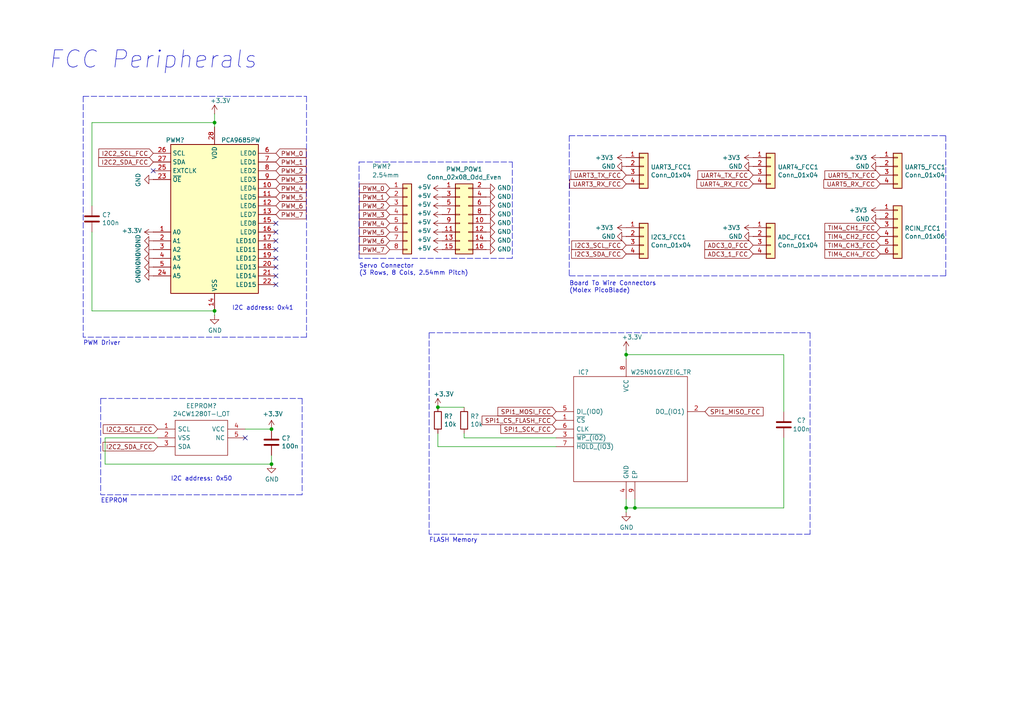
<source format=kicad_sch>
(kicad_sch (version 20250114) (generator "eeschema") (generator_version "9.0")
  (paper "A4")
  (title_block (title "FCC Peripherals") (date "2019-10-27") (rev "0.1"))
  (lib_symbols
    (symbol "24CW1280T-I_OT:24CW1280T-I_OT" (pin_names (offset 0.762))
      (property "Reference" "IC" (at 21.59 7.62 0))
      (property "Value" "24CW1280T-I_OT" (at 21.59 5.08 0))
      (symbol "24CW1280T-I_OT_0_0"
        (pin bidirectional line (at 0 0 0) (length 5.08) (name "SCL") (number "1"))
        (pin bidirectional line (at 0 -2.54 0) (length 5.08) (name "VSS") (number "2"))
        (pin bidirectional line (at 0 -5.08 0) (length 5.08) (name "SDA") (number "3"))
        (pin bidirectional line (at 25.4 0 180) (length 5.08) (name "VCC") (number "4"))
        (pin bidirectional line (at 25.4 -2.54 180) (length 5.08) (name "NC") (number "5"))
      )
      (symbol "24CW1280T-I_OT_0_1"
        (polyline (pts (xy 5.08 2.54) (xy 20.32 2.54) (xy 20.32 -7.62) (xy 5.08 -7.62) (xy 5.08 2.54)) (stroke (width 0.1524)))
      )
    )
    (symbol "Connector_Generic:Conn_01x04" (pin_names (offset 1.016) (hide yes))
      (property "Reference" "J" (at 0 5.08 0))
      (property "Value" "Conn_01x04" (at 0 -7.62 0))
      (symbol "Conn_01x04_1_1"
        (rectangle (start -1.27 3.81) (end 1.27 -6.35) (stroke (width 0.254)) (fill (type background)))
        (rectangle (start -1.27 2.667) (end 0 2.413) (stroke (width 0.1524)))
        (rectangle (start -1.27 0.127) (end 0 -0.127) (stroke (width 0.1524)))
        (rectangle (start -1.27 -2.413) (end 0 -2.667) (stroke (width 0.1524)))
        (rectangle (start -1.27 -4.953) (end 0 -5.207) (stroke (width 0.1524)))
        (pin passive line (at -5.08 2.54 0) (length 3.81) (name "Pin_1") (number "1"))
        (pin passive line (at -5.08 0 0) (length 3.81) (name "Pin_2") (number "2"))
        (pin passive line (at -5.08 -2.54 0) (length 3.81) (name "Pin_3") (number "3"))
        (pin passive line (at -5.08 -5.08 0) (length 3.81) (name "Pin_4") (number "4"))
      )
    )
    (symbol "Connector_Generic:Conn_01x06" (pin_names (offset 1.016) (hide yes))
      (property "Reference" "J" (at 0 7.62 0))
      (property "Value" "Conn_01x06" (at 0 -10.16 0))
      (symbol "Conn_01x06_1_1"
        (rectangle (start -1.27 6.35) (end 1.27 -8.89) (stroke (width 0.254)) (fill (type background)))
        (rectangle (start -1.27 5.207) (end 0 4.953) (stroke (width 0.1524)))
        (rectangle (start -1.27 2.667) (end 0 2.413) (stroke (width 0.1524)))
        (rectangle (start -1.27 0.127) (end 0 -0.127) (stroke (width 0.1524)))
        (rectangle (start -1.27 -2.413) (end 0 -2.667) (stroke (width 0.1524)))
        (rectangle (start -1.27 -4.953) (end 0 -5.207) (stroke (width 0.1524)))
        (rectangle (start -1.27 -7.493) (end 0 -7.747) (stroke (width 0.1524)))
        (pin passive line (at -5.08 5.08 0) (length 3.81) (name "Pin_1") (number "1"))
        (pin passive line (at -5.08 2.54 0) (length 3.81) (name "Pin_2") (number "2"))
        (pin passive line (at -5.08 0 0) (length 3.81) (name "Pin_3") (number "3"))
        (pin passive line (at -5.08 -2.54 0) (length 3.81) (name "Pin_4") (number "4"))
        (pin passive line (at -5.08 -5.08 0) (length 3.81) (name "Pin_5") (number "5"))
        (pin passive line (at -5.08 -7.62 0) (length 3.81) (name "Pin_6") (number "6"))
      )
    )
    (symbol "Connector_Generic:Conn_01x08" (pin_names (offset 1.016) (hide yes))
      (property "Reference" "J" (at 0 10.16 0))
      (property "Value" "Conn_01x08" (at 0 -12.7 0))
      (symbol "Conn_01x08_1_1"
        (rectangle (start -1.27 8.89) (end 1.27 -11.43) (stroke (width 0.254)) (fill (type background)))
        (rectangle (start -1.27 7.747) (end 0 7.493) (stroke (width 0.1524)))
        (rectangle (start -1.27 5.207) (end 0 4.953) (stroke (width 0.1524)))
        (rectangle (start -1.27 2.667) (end 0 2.413) (stroke (width 0.1524)))
        (rectangle (start -1.27 0.127) (end 0 -0.127) (stroke (width 0.1524)))
        (rectangle (start -1.27 -2.413) (end 0 -2.667) (stroke (width 0.1524)))
        (rectangle (start -1.27 -4.953) (end 0 -5.207) (stroke (width 0.1524)))
        (rectangle (start -1.27 -7.493) (end 0 -7.747) (stroke (width 0.1524)))
        (rectangle (start -1.27 -10.033) (end 0 -10.287) (stroke (width 0.1524)))
        (pin passive line (at -5.08 7.62 0) (length 3.81) (name "Pin_1") (number "1"))
        (pin passive line (at -5.08 5.08 0) (length 3.81) (name "Pin_2") (number "2"))
        (pin passive line (at -5.08 2.54 0) (length 3.81) (name "Pin_3") (number "3"))
        (pin passive line (at -5.08 0 0) (length 3.81) (name "Pin_4") (number "4"))
        (pin passive line (at -5.08 -2.54 0) (length 3.81) (name "Pin_5") (number "5"))
        (pin passive line (at -5.08 -5.08 0) (length 3.81) (name "Pin_6") (number "6"))
        (pin passive line (at -5.08 -7.62 0) (length 3.81) (name "Pin_7") (number "7"))
        (pin passive line (at -5.08 -10.16 0) (length 3.81) (name "Pin_8") (number "8"))
      )
    )
    (symbol "Connector_Generic:Conn_02x08_Odd_Even" (pin_names (offset 1.016) (hide yes))
      (property "Reference" "J" (at 1.27 10.16 0))
      (property "Value" "Conn_02x08_Odd_Even" (at 1.27 -12.7 0))
      (symbol "Conn_02x08_Odd_Even_1_1"
        (rectangle (start -1.27 8.89) (end 3.81 -11.43) (stroke (width 0.254)) (fill (type background)))
        (rectangle (start -1.27 7.747) (end 0 7.493) (stroke (width 0.1524)))
        (rectangle (start -1.27 5.207) (end 0 4.953) (stroke (width 0.1524)))
        (rectangle (start -1.27 2.667) (end 0 2.413) (stroke (width 0.1524)))
        (rectangle (start -1.27 0.127) (end 0 -0.127) (stroke (width 0.1524)))
        (rectangle (start -1.27 -2.413) (end 0 -2.667) (stroke (width 0.1524)))
        (rectangle (start -1.27 -4.953) (end 0 -5.207) (stroke (width 0.1524)))
        (rectangle (start -1.27 -7.493) (end 0 -7.747) (stroke (width 0.1524)))
        (rectangle (start -1.27 -10.033) (end 0 -10.287) (stroke (width 0.1524)))
        (rectangle (start 3.81 7.747) (end 2.54 7.493) (stroke (width 0.1524)))
        (rectangle (start 3.81 5.207) (end 2.54 4.953) (stroke (width 0.1524)))
        (rectangle (start 3.81 2.667) (end 2.54 2.413) (stroke (width 0.1524)))
        (rectangle (start 3.81 0.127) (end 2.54 -0.127) (stroke (width 0.1524)))
        (rectangle (start 3.81 -2.413) (end 2.54 -2.667) (stroke (width 0.1524)))
        (rectangle (start 3.81 -4.953) (end 2.54 -5.207) (stroke (width 0.1524)))
        (rectangle (start 3.81 -7.493) (end 2.54 -7.747) (stroke (width 0.1524)))
        (rectangle (start 3.81 -10.033) (end 2.54 -10.287) (stroke (width 0.1524)))
        (pin passive line (at -5.08 7.62 0) (length 3.81) (name "Pin_1") (number "1"))
        (pin passive line (at -5.08 5.08 0) (length 3.81) (name "Pin_3") (number "3"))
        (pin passive line (at -5.08 2.54 0) (length 3.81) (name "Pin_5") (number "5"))
        (pin passive line (at -5.08 0 0) (length 3.81) (name "Pin_7") (number "7"))
        (pin passive line (at -5.08 -2.54 0) (length 3.81) (name "Pin_9") (number "9"))
        (pin passive line (at -5.08 -5.08 0) (length 3.81) (name "Pin_11") (number "11"))
        (pin passive line (at -5.08 -7.62 0) (length 3.81) (name "Pin_13") (number "13"))
        (pin passive line (at -5.08 -10.16 0) (length 3.81) (name "Pin_15") (number "15"))
        (pin passive line (at 7.62 7.62 180) (length 3.81) (name "Pin_2") (number "2"))
        (pin passive line (at 7.62 5.08 180) (length 3.81) (name "Pin_4") (number "4"))
        (pin passive line (at 7.62 2.54 180) (length 3.81) (name "Pin_6") (number "6"))
        (pin passive line (at 7.62 0 180) (length 3.81) (name "Pin_8") (number "8"))
        (pin passive line (at 7.62 -2.54 180) (length 3.81) (name "Pin_10") (number "10"))
        (pin passive line (at 7.62 -5.08 180) (length 3.81) (name "Pin_12") (number "12"))
        (pin passive line (at 7.62 -7.62 180) (length 3.81) (name "Pin_14") (number "14"))
        (pin passive line (at 7.62 -10.16 180) (length 3.81) (name "Pin_16") (number "16"))
      )
    )
    (symbol "Device:C" (pin_numbers (hide yes)) (pin_names (offset 0.254))
      (property "Reference" "C" (at 0.635 2.54 0))
      (property "Value" "C" (at 0.635 -2.54 0))
      (symbol "C_0_1"
        (polyline (pts (xy -2.032 0.762) (xy 2.032 0.762)) (stroke (width 0.508)))
        (polyline (pts (xy -2.032 -0.762) (xy 2.032 -0.762)) (stroke (width 0.508)))
      )
      (symbol "C_1_1"
        (pin passive line (at 0 3.81 270) (length 2.794) (name "~") (number "1"))
        (pin passive line (at 0 -3.81 90) (length 2.794) (name "~") (number "2"))
      )
    )
    (symbol "Device:R" (pin_numbers (hide yes)) (pin_names (offset 0))
      (property "Reference" "R" (at 2.032 0 90))
      (property "Value" "R" (at 0 0 90))
      (symbol "R_0_1"
        (rectangle (start -1.016 -2.54) (end 1.016 2.54) (stroke (width 0.254)))
      )
      (symbol "R_1_1"
        (pin passive line (at 0 3.81 270) (length 1.27) (name "~") (number "1"))
        (pin passive line (at 0 -3.81 90) (length 1.27) (name "~") (number "2"))
      )
    )
    (symbol "Driver_LED:PCA9685PW"
      (property "Reference" "U" (at -12.7 22.225 0))
      (property "Value" "PCA9685PW" (at 1.27 22.225 0))
      (symbol "PCA9685PW_0_1"
        (rectangle (start -12.7 20.32) (end 12.7 -22.86) (stroke (width 0.254)) (fill (type background)))
      )
      (symbol "PCA9685PW_1_1"
        (pin input line (at -17.78 17.78 0) (length 5.08) (name "SCL") (number "26"))
        (pin bidirectional line (at -17.78 15.24 0) (length 5.08) (name "SDA") (number "27"))
        (pin input line (at -17.78 12.7 0) (length 5.08) (name "EXTCLK") (number "25"))
        (pin input line (at -17.78 10.16 0) (length 5.08) (name "~{OE}") (number "23"))
        (pin input line (at -17.78 -5.08 0) (length 5.08) (name "A0") (number "1"))
        (pin input line (at -17.78 -7.62 0) (length 5.08) (name "A1") (number "2"))
        (pin input line (at -17.78 -10.16 0) (length 5.08) (name "A2") (number "3"))
        (pin input line (at -17.78 -12.7 0) (length 5.08) (name "A3") (number "4"))
        (pin input line (at -17.78 -15.24 0) (length 5.08) (name "A4") (number "5"))
        (pin input line (at -17.78 -17.78 0) (length 5.08) (name "A5") (number "24"))
        (pin power_in line (at 0 25.4 270) (length 5.08) (name "VDD") (number "28"))
        (pin power_in line (at 0 -27.94 90) (length 5.08) (name "VSS") (number "14"))
        (pin output line (at 17.78 17.78 180) (length 5.08) (name "LED0") (number "6"))
        (pin output line (at 17.78 15.24 180) (length 5.08) (name "LED1") (number "7"))
        (pin output line (at 17.78 12.7 180) (length 5.08) (name "LED2") (number "8"))
        (pin output line (at 17.78 10.16 180) (length 5.08) (name "LED3") (number "9"))
        (pin output line (at 17.78 7.62 180) (length 5.08) (name "LED4") (number "10"))
        (pin output line (at 17.78 5.08 180) (length 5.08) (name "LED5") (number "11"))
        (pin output line (at 17.78 2.54 180) (length 5.08) (name "LED6") (number "12"))
        (pin output line (at 17.78 0 180) (length 5.08) (name "LED7") (number "13"))
        (pin output line (at 17.78 -2.54 180) (length 5.08) (name "LED8") (number "15"))
        (pin output line (at 17.78 -5.08 180) (length 5.08) (name "LED9") (number "16"))
        (pin output line (at 17.78 -7.62 180) (length 5.08) (name "LED10") (number "17"))
        (pin output line (at 17.78 -10.16 180) (length 5.08) (name "LED11") (number "18"))
        (pin output line (at 17.78 -12.7 180) (length 5.08) (name "LED12") (number "19"))
        (pin output line (at 17.78 -15.24 180) (length 5.08) (name "LED13") (number "20"))
        (pin output line (at 17.78 -17.78 180) (length 5.08) (name "LED14") (number "21"))
        (pin output line (at 17.78 -20.32 180) (length 5.08) (name "LED15") (number "22"))
      )
    )
    (symbol "W25N01GVZEIG_TR:W25N01GVZEIG_TR" (pin_names (offset 0.762))
      (property "Reference" "IC" (at 39.37 15.24 0))
      (property "Value" "W25N01GVZEIG_TR" (at 39.37 12.7 0))
      (symbol "W25N01GVZEIG_TR_0_0"
        (pin unspecified line (at 0 0 0) (length 5.08) (name "DI_(IO0)") (number "5"))
        (pin unspecified line (at 0 -2.54 0) (length 5.08) (name "~{CS}") (number "1"))
        (pin unspecified line (at 0 -5.08 0) (length 5.08) (name "CLK") (number "6"))
        (pin unspecified line (at 0 -7.62 0) (length 5.08) (name "~{WP_(IO2})") (number "3"))
        (pin unspecified line (at 0 -10.16 0) (length 5.08) (name "~{HOLD_(IO3})") (number "7"))
        (pin unspecified line (at 20.32 15.24 270) (length 5.08) (name "VCC") (number "8"))
        (pin unspecified line (at 20.32 -25.4 90) (length 5.08) (name "GND") (number "4"))
        (pin unspecified line (at 22.86 -25.4 90) (length 5.08) (name "EP") (number "9"))
        (pin unspecified line (at 43.18 0 180) (length 5.08) (name "DO_(IO1)") (number "2"))
      )
      (symbol "W25N01GVZEIG_TR_0_1"
        (polyline (pts (xy 5.08 10.16) (xy 38.1 10.16) (xy 38.1 -20.32) (xy 5.08 -20.32) (xy 5.08 10.16)) (stroke (width 0.1524)))
      )
    )
    (symbol "power:+3.3V" (power) (pin_numbers (hide yes)) (pin_names (offset 0) (hide yes))
      (property "Value" "+3.3V" (at 0 3.556 0))
      (symbol "+3.3V_0_1"
        (polyline (pts (xy -0.762 1.27) (xy 0 2.54)))
        (polyline (pts (xy 0 2.54) (xy 0.762 1.27)))
        (polyline (pts (xy 0 0) (xy 0 2.54)))
      )
      (symbol "+3.3V_1_1"
        (pin power_in line (at 0 0 90) (length 0) (name "~") (number "1"))
      )
    )
    (symbol "power:+3V3" (power) (pin_numbers (hide yes)) (pin_names (offset 0) (hide yes))
      (property "Value" "+3V3" (at 0 3.556 0))
      (symbol "+3V3_0_1"
        (polyline (pts (xy -0.762 1.27) (xy 0 2.54)))
        (polyline (pts (xy 0 2.54) (xy 0.762 1.27)))
        (polyline (pts (xy 0 0) (xy 0 2.54)))
      )
      (symbol "+3V3_1_1"
        (pin power_in line (at 0 0 90) (length 0) (name "~") (number "1"))
      )
    )
    (symbol "power:+5V" (power) (pin_numbers (hide yes)) (pin_names (offset 0) (hide yes))
      (property "Value" "+5V" (at 0 3.556 0))
      (symbol "+5V_0_1"
        (polyline (pts (xy -0.762 1.27) (xy 0 2.54)))
        (polyline (pts (xy 0 2.54) (xy 0.762 1.27)))
        (polyline (pts (xy 0 0) (xy 0 2.54)))
      )
      (symbol "+5V_1_1"
        (pin power_in line (at 0 0 90) (length 0) (name "~") (number "1"))
      )
    )
    (symbol "power:GND" (power) (pin_numbers (hide yes)) (pin_names (offset 0) (hide yes))
      (property "Value" "GND" (at 0 -3.81 0))
      (symbol "GND_0_1"
        (polyline (pts (xy 0 0) (xy 0 -1.27) (xy 1.27 -1.27) (xy 0 -2.54) (xy -1.27 -1.27) (xy 0 -1.27)))
      )
      (symbol "GND_1_1"
        (pin power_in line (at 0 0 270) (length 0) (name "~") (number "1"))
      )
    )
  )
  (text "I2C address: 0x41" (at 67.31 90.17 0) (effects (font (size 1.27 1.27)) (justify left bottom)))
  (text "EEPROM" (at 29.21 146.05 0) (effects (font (size 1.27 1.27)) (justify left bottom)))
  (text "FLASH Memory" (at 124.46 157.48 0) (effects (font (size 1.27 1.27)) (justify left bottom)))
  (text "Board To Wire Connectors\n(Molex PicoBlade)" (at 165.1 85.09 0) (effects (font (size 1.27 1.27)) (justify left bottom)))
  (text "Servo Connector\n(3 Rows, 8 Cols, 2.54mm Pitch)" (at 104.14 80.01 0) (effects (font (size 1.27 1.27)) (justify left bottom)))
  (text "PWM Driver" (at 24.13 100.33 0) (effects (font (size 1.27 1.27)) (justify left bottom)))
  (text "FCC Peripherals" (at 13.97 20.32 0) (effects (font (size 5.0038 5.0038) (italic yes)) (justify left bottom)))
  (text "I2C address: 0x50" (at 49.53 139.7 0) (effects (font (size 1.27 1.27)) (justify left bottom)))
  (junction (at 62.23 35.56))
  (junction (at 78.74 124.46))
  (junction (at 62.23 90.17))
  (junction (at 181.61 102.87))
  (junction (at 78.74 134.62))
  (junction (at 181.61 147.32))
  (junction (at 127 118.11))
  (junction (at 184.15 147.32))
  (no_connect (at 80.01 67.31))
  (no_connect (at 80.01 64.77))
  (no_connect (at 80.01 82.55))
  (no_connect (at 71.12 127))
  (no_connect (at 80.01 74.93))
  (no_connect (at 44.45 49.53))
  (no_connect (at 80.01 77.47))
  (no_connect (at 80.01 72.39))
  (no_connect (at 80.01 80.01))
  (no_connect (at 80.01 69.85))
  (wire (pts (xy 26.67 67.31) (xy 26.67 90.17)))
  (polyline (pts (xy 88.9 97.79) (xy 24.13 97.79)) (stroke (width 0) (type dash)))
  (wire (pts (xy 181.61 102.87) (xy 181.61 104.14)))
  (wire (pts (xy 30.48 134.62) (xy 78.74 134.62)))
  (polyline (pts (xy 124.46 96.52) (xy 234.95 96.52)) (stroke (width 0) (type dash)))
  (wire (pts (xy 181.61 101.6) (xy 181.61 102.87)))
  (polyline (pts (xy 87.63 115.57) (xy 87.63 143.51)) (stroke (width 0) (type dash)))
  (wire (pts (xy 71.12 124.46) (xy 78.74 124.46)))
  (polyline (pts (xy 29.21 115.57) (xy 29.21 143.51)) (stroke (width 0) (type dash)))
  (polyline (pts (xy 29.21 115.57) (xy 87.63 115.57)) (stroke (width 0) (type dash)))
  (polyline (pts (xy 148.59 46.99) (xy 148.59 74.93)) (stroke (width 0) (type dash)))
  (wire (pts (xy 26.67 59.69) (xy 26.67 35.56)))
  (polyline (pts (xy 87.63 143.51) (xy 29.21 143.51)) (stroke (width 0) (type dash)))
  (wire (pts (xy 181.61 147.32) (xy 181.61 144.78)))
  (wire (pts (xy 181.61 148.59) (xy 181.61 147.32)))
  (wire (pts (xy 134.62 127) (xy 161.29 127)))
  (wire (pts (xy 30.48 127) (xy 45.72 127)))
  (wire (pts (xy 227.33 147.32) (xy 184.15 147.32)))
  (wire (pts (xy 26.67 35.56) (xy 62.23 35.56)))
  (wire (pts (xy 134.62 127) (xy 134.62 125.73)))
  (wire (pts (xy 184.15 147.32) (xy 181.61 147.32)))
  (polyline (pts (xy 88.9 27.94) (xy 88.9 97.79)) (stroke (width 0) (type dash)))
  (polyline (pts (xy 24.13 27.94) (xy 24.13 97.79)) (stroke (width 0) (type dash)))
  (wire (pts (xy 227.33 127) (xy 227.33 147.32)))
  (wire (pts (xy 30.48 127) (xy 30.48 134.62)))
  (wire (pts (xy 184.15 144.78) (xy 184.15 147.32)))
  (polyline (pts (xy 104.14 74.93) (xy 104.14 46.99)) (stroke (width 0) (type dash)))
  (wire (pts (xy 127 129.54) (xy 161.29 129.54)))
  (wire (pts (xy 134.62 118.11) (xy 127 118.11)))
  (polyline (pts (xy 274.32 80.01) (xy 165.1 80.01)) (stroke (width 0) (type dash)))
  (polyline (pts (xy 165.1 39.37) (xy 165.1 80.01)) (stroke (width 0) (type dash)))
  (polyline (pts (xy 148.59 74.93) (xy 104.14 74.93)) (stroke (width 0) (type dash)))
  (polyline (pts (xy 124.46 96.52) (xy 124.46 154.94)) (stroke (width 0) (type dash)))
  (polyline (pts (xy 104.14 46.99) (xy 148.59 46.99)) (stroke (width 0) (type dash)))
  (polyline (pts (xy 24.13 27.94) (xy 88.9 27.94)) (stroke (width 0) (type dash)))
  (polyline (pts (xy 274.32 39.37) (xy 274.32 80.01)) (stroke (width 0) (type dash)))
  (wire (pts (xy 78.74 134.62) (xy 78.74 132.08)))
  (wire (pts (xy 62.23 33.02) (xy 62.23 35.56)))
  (wire (pts (xy 62.23 35.56) (xy 62.23 36.83)))
  (wire (pts (xy 62.23 90.17) (xy 26.67 90.17)))
  (wire (pts (xy 227.33 119.38) (xy 227.33 102.87)))
  (polyline (pts (xy 234.95 96.52) (xy 234.95 154.94)) (stroke (width 0) (type dash)))
  (wire (pts (xy 227.33 102.87) (xy 181.61 102.87)))
  (polyline (pts (xy 234.95 154.94) (xy 124.46 154.94)) (stroke (width 0) (type dash)))
  (wire (pts (xy 127 125.73) (xy 127 129.54)))
  (polyline (pts (xy 165.1 39.37) (xy 274.32 39.37)) (stroke (width 0) (type dash)))
  (wire (pts (xy 62.23 91.44) (xy 62.23 90.17)))
  (global_label "PWM_7" (shape input) (at 113.03 72.39 180) (property "Intersheetrefs" "${INTERSHEET_REFS}" (effects (hide yes))))
  (global_label "UART5_TX_FCC" (shape input) (at 255.27 50.8 180) (property "Intersheetrefs" "${INTERSHEET_REFS}" (effects (hide yes))))
  (global_label "TIM4_CH2_FCC" (shape input) (at 255.27 68.58 180) (property "Intersheetrefs" "${INTERSHEET_REFS}" (effects (hide yes))))
  (global_label "TIM4_CH4_FCC" (shape input) (at 255.27 73.66 180) (property "Intersheetrefs" "${INTERSHEET_REFS}" (effects (hide yes))))
  (global_label "PWM_1" (shape input) (at 80.01 46.99 0) (property "Intersheetrefs" "${INTERSHEET_REFS}" (effects (hide yes))))
  (global_label "PWM_3" (shape input) (at 80.01 52.07 0) (property "Intersheetrefs" "${INTERSHEET_REFS}" (effects (hide yes))))
  (global_label "UART4_RX_FCC" (shape input) (at 218.44 53.34 180) (property "Intersheetrefs" "${INTERSHEET_REFS}" (effects (hide yes))))
  (global_label "TIM4_CH1_FCC" (shape input) (at 255.27 66.04 180) (property "Intersheetrefs" "${INTERSHEET_REFS}" (effects (hide yes))))
  (global_label "UART5_RX_FCC" (shape input) (at 255.27 53.34 180) (property "Intersheetrefs" "${INTERSHEET_REFS}" (effects (hide yes))))
  (global_label "I2C2_SCL_FCC" (shape input) (at 45.72 124.46 180) (property "Intersheetrefs" "${INTERSHEET_REFS}" (effects (hide yes))))
  (global_label "PWM_5" (shape input) (at 80.01 57.15 0) (property "Intersheetrefs" "${INTERSHEET_REFS}" (effects (hide yes))))
  (global_label "UART3_TX_FCC" (shape input) (at 181.61 50.8 180) (property "Intersheetrefs" "${INTERSHEET_REFS}" (effects (hide yes))))
  (global_label "SPI1_CS_FLASH_FCC" (shape input) (at 161.29 121.92 180) (property "Intersheetrefs" "${INTERSHEET_REFS}" (effects (hide yes))))
  (global_label "I2C2_SDA_FCC" (shape input) (at 44.45 46.99 180) (property "Intersheetrefs" "${INTERSHEET_REFS}" (effects (hide yes))))
  (global_label "SPI1_MOSI_FCC" (shape input) (at 161.29 119.38 180) (property "Intersheetrefs" "${INTERSHEET_REFS}" (effects (hide yes))))
  (global_label "I2C2_SCL_FCC" (shape input) (at 44.45 44.45 180) (property "Intersheetrefs" "${INTERSHEET_REFS}" (effects (hide yes))))
  (global_label "PWM_4" (shape input) (at 80.01 54.61 0) (property "Intersheetrefs" "${INTERSHEET_REFS}" (effects (hide yes))))
  (global_label "ADC3_1_FCC" (shape input) (at 218.44 73.66 180) (property "Intersheetrefs" "${INTERSHEET_REFS}" (effects (hide yes))))
  (global_label "I2C3_SDA_FCC" (shape input) (at 181.61 73.66 180) (property "Intersheetrefs" "${INTERSHEET_REFS}" (effects (hide yes))))
  (global_label "PWM_1" (shape input) (at 113.03 57.15 180) (property "Intersheetrefs" "${INTERSHEET_REFS}" (effects (hide yes))))
  (global_label "I2C2_SDA_FCC" (shape input) (at 45.72 129.54 180) (property "Intersheetrefs" "${INTERSHEET_REFS}" (effects (hide yes))))
  (global_label "PWM_5" (shape input) (at 113.03 67.31 180) (property "Intersheetrefs" "${INTERSHEET_REFS}" (effects (hide yes))))
  (global_label "PWM_2" (shape input) (at 80.01 49.53 0) (property "Intersheetrefs" "${INTERSHEET_REFS}" (effects (hide yes))))
  (global_label "PWM_6" (shape input) (at 113.03 69.85 180) (property "Intersheetrefs" "${INTERSHEET_REFS}" (effects (hide yes))))
  (global_label "PWM_0" (shape input) (at 80.01 44.45 0) (property "Intersheetrefs" "${INTERSHEET_REFS}" (effects (hide yes))))
  (global_label "PWM_2" (shape input) (at 113.03 59.69 180) (property "Intersheetrefs" "${INTERSHEET_REFS}" (effects (hide yes))))
  (global_label "ADC3_0_FCC" (shape input) (at 218.44 71.12 180) (property "Intersheetrefs" "${INTERSHEET_REFS}" (effects (hide yes))))
  (global_label "PWM_7" (shape input) (at 80.01 62.23 0) (property "Intersheetrefs" "${INTERSHEET_REFS}" (effects (hide yes))))
  (global_label "SPI1_MISO_FCC" (shape input) (at 204.47 119.38 0) (property "Intersheetrefs" "${INTERSHEET_REFS}" (effects (hide yes))))
  (global_label "TIM4_CH3_FCC" (shape input) (at 255.27 71.12 180) (property "Intersheetrefs" "${INTERSHEET_REFS}" (effects (hide yes))))
  (global_label "SPI1_SCK_FCC" (shape input) (at 161.29 124.46 180) (property "Intersheetrefs" "${INTERSHEET_REFS}" (effects (hide yes))))
  (global_label "PWM_6" (shape input) (at 80.01 59.69 0) (property "Intersheetrefs" "${INTERSHEET_REFS}" (effects (hide yes))))
  (global_label "PWM_0" (shape input) (at 113.03 54.61 180) (property "Intersheetrefs" "${INTERSHEET_REFS}" (effects (hide yes))))
  (global_label "PWM_3" (shape input) (at 113.03 62.23 180) (property "Intersheetrefs" "${INTERSHEET_REFS}" (effects (hide yes))))
  (global_label "UART4_TX_FCC" (shape input) (at 218.44 50.8 180) (property "Intersheetrefs" "${INTERSHEET_REFS}" (effects (hide yes))))
  (global_label "UART3_RX_FCC" (shape input) (at 181.61 53.34 180) (property "Intersheetrefs" "${INTERSHEET_REFS}" (effects (hide yes))))
  (global_label "PWM_4" (shape input) (at 113.03 64.77 180) (property "Intersheetrefs" "${INTERSHEET_REFS}" (effects (hide yes))))
  (global_label "I2C3_SCL_FCC" (shape input) (at 181.61 71.12 180) (property "Intersheetrefs" "${INTERSHEET_REFS}" (effects (hide yes))))
  (symbol (lib_id "Connector_Generic:Conn_01x04") (at 260.35 48.26 0) (unit 1)
    (property "Reference" "UART5_FCC1" (at 262.382 48.4632 0) (effects (justify left)))
    (property "Value" "Conn_01x04" (at 262.382 50.7746 0) (effects (justify left)))
    (property "Footprint" "Connector_Molex:Molex_PicoBlade_53048-0410_1x04_P1.25mm_Horizontal" (effects (hide yes)))
  )
  (symbol (lib_id "power:GND") (at 255.27 48.26 270) (unit 1)
    (property "Reference" "#PWR0164" (effects (hide yes)))
    (property "Value" "GND" (at 250.19 48.26 90))
    (instances (project "" (path "" (reference "#PWR?") (unit 1)) (path "" (reference "#PWR?") (unit 1)) (path "" (reference "#PWR0164") (unit 1))))
  )
  (symbol (lib_id "power:+3V3") (at 255.27 45.72 90) (unit 1)
    (property "Reference" "#PWR0163" (effects (hide yes)))
    (property "Value" "+3V3" (at 248.92 45.72 90))
    (instances (project "" (path "" (reference "#PWR?") (unit 1)) (path "" (reference "#PWR0163") (unit 1))))
  )
  (symbol (lib_id "power:GND") (at 218.44 48.26 270) (unit 1)
    (property "Reference" "#PWR0100" (effects (hide yes)))
    (property "Value" "GND" (at 213.36 48.26 90))
    (instances (project "" (path "" (reference "#PWR?") (unit 1)) (path "" (reference "#PWR?") (unit 1)) (path "" (reference "#PWR0100") (unit 1))))
  )
  (symbol (lib_id "power:+3V3") (at 218.44 45.72 90) (unit 1)
    (property "Reference" "#PWR099" (effects (hide yes)))
    (property "Value" "+3V3" (at 212.09 45.72 90))
    (instances (project "" (path "" (reference "#PWR?") (unit 1)) (path "" (reference "#PWR099") (unit 1))))
  )
  (symbol (lib_id "power:GND") (at 181.61 68.58 270) (unit 1)
    (property "Reference" "#PWR096" (effects (hide yes)))
    (property "Value" "GND" (at 176.53 68.58 90))
    (instances (project "" (path "" (reference "#PWR?") (unit 1)) (path "" (reference "#PWR?") (unit 1)) (path "" (reference "#PWR096") (unit 1))))
  )
  (symbol (lib_id "power:+3V3") (at 181.61 66.04 90) (unit 1)
    (property "Reference" "#PWR095" (effects (hide yes)))
    (property "Value" "+3V3" (at 175.26 66.04 90))
    (instances (project "" (path "" (reference "#PWR?") (unit 1)) (path "" (reference "#PWR095") (unit 1))))
  )
  (symbol (lib_id "power:+3V3") (at 218.44 66.04 90) (unit 1)
    (property "Reference" "#PWR0101" (effects (hide yes)))
    (property "Value" "+3V3" (at 212.09 66.04 90))
    (instances (project "" (path "" (reference "#PWR?") (unit 1)) (path "" (reference "#PWR0101") (unit 1))))
  )
  (symbol (lib_id "power:GND") (at 218.44 68.58 270) (unit 1)
    (property "Reference" "#PWR0102" (effects (hide yes)))
    (property "Value" "GND" (at 213.36 68.58 90))
    (instances (project "" (path "" (reference "#PWR?") (unit 1)) (path "" (reference "#PWR?") (unit 1)) (path "" (reference "#PWR0102") (unit 1))))
  )
  (symbol (lib_id "power:+3V3") (at 255.27 60.96 90) (unit 1)
    (property "Reference" "#PWR0103" (effects (hide yes)))
    (property "Value" "+3V3" (at 248.92 60.96 90))
    (instances (project "" (path "" (reference "#PWR?") (unit 1)) (path "" (reference "#PWR0103") (unit 1))))
  )
  (symbol (lib_id "power:GND") (at 255.27 63.5 270) (unit 1)
    (property "Reference" "#PWR0104" (effects (hide yes)))
    (property "Value" "GND" (at 250.19 63.5 90))
    (instances (project "" (path "" (reference "#PWR?") (unit 1)) (path "" (reference "#PWR?") (unit 1)) (path "" (reference "#PWR0104") (unit 1))))
  )
  (symbol (lib_id "Connector_Generic:Conn_02x08_Odd_Even") (at 133.35 62.23 0) (unit 1)
    (property "Reference" "PWM_POW1" (at 134.62 49.0982 0))
    (property "Value" "Conn_02x08_Odd_Even" (at 134.62 51.4096 0))
    (property "Footprint" "Connector_PinHeader_2.54mm:PinHeader_2x08_P2.54mm_Vertical" (effects (hide yes)))
  )
  (symbol (lib_id "power:GND") (at 44.45 52.07 270) (unit 1)
    (property "Reference" "#PWR052" (effects (hide yes)))
    (property "Value" "GND" (at 40.0558 52.197 0))
    (instances (project "" (path "" (reference "#PWR?") (unit 1)) (path "" (reference "#PWR?") (unit 1)) (path "" (reference "#PWR052") (unit 1))))
  )
  (symbol (lib_id "power:+3.3V") (at 62.23 33.02 0) (unit 1)
    (property "Reference" "#PWR069" (effects (hide yes)))
    (property "Value" "+3.3V" (at 60.96 29.21 0) (effects (justify left)))
    (instances (project "" (path "" (reference "#PWR?") (unit 1)) (path "" (reference "#PWR?") (unit 1)) (path "" (reference "#PWR069") (unit 1))))
  )
  (symbol (lib_id "power:GND") (at 62.23 91.44 0) (unit 1)
    (property "Reference" "#PWR071" (effects (hide yes)))
    (property "Value" "GND" (at 62.357 95.8342 0))
    (instances (project "" (path "" (reference "#PWR?") (unit 1)) (path "" (reference "#PWR?") (unit 1)) (path "" (reference "#PWR071") (unit 1))))
  )
  (symbol (lib_id "Device:C") (at 26.67 63.5 0) (unit 1)
    (property "Reference" "C34" (at 29.591 62.3316 0) (effects (justify left)))
    (property "Value" "100n" (at 29.591 64.643 0) (effects (justify left)))
    (property "Footprint" "Capacitor_SMD:C_0402_1005Metric" (effects (hide yes)))
    (instances (project "" (path "" (reference "C?") (unit 1)) (path "" (reference "C?") (unit 1)) (path "" (reference "C34") (unit 1))))
  )
  (symbol (lib_id "power:GND") (at 44.45 80.01 270) (unit 1)
    (property "Reference" "#PWR068" (effects (hide yes)))
    (property "Value" "GND" (at 40.0558 80.137 0))
    (instances (project "" (path "" (reference "#PWR?") (unit 1)) (path "" (reference "#PWR?") (unit 1)) (path "" (reference "#PWR068") (unit 1))))
  )
  (symbol (lib_id "power:GND") (at 44.45 77.47 270) (unit 1)
    (property "Reference" "#PWR059" (effects (hide yes)))
    (property "Value" "GND" (at 40.0558 77.597 0))
    (instances (project "" (path "" (reference "#PWR?") (unit 1)) (path "" (reference "#PWR?") (unit 1)) (path "" (reference "#PWR059") (unit 1))))
  )
  (symbol (lib_id "power:GND") (at 44.45 74.93 270) (unit 1)
    (property "Reference" "#PWR058" (effects (hide yes)))
    (property "Value" "GND" (at 40.0558 75.057 0))
    (instances (project "" (path "" (reference "#PWR?") (unit 1)) (path "" (reference "#PWR?") (unit 1)) (path "" (reference "#PWR058") (unit 1))))
  )
  (symbol (lib_id "power:GND") (at 44.45 72.39 270) (unit 1)
    (property "Reference" "#PWR057" (effects (hide yes)))
    (property "Value" "GND" (at 40.0558 72.517 0))
    (instances (project "" (path "" (reference "#PWR?") (unit 1)) (path "" (reference "#PWR?") (unit 1)) (path "" (reference "#PWR057") (unit 1))))
  )
  (symbol (lib_id "power:GND") (at 44.45 69.85 270) (unit 1)
    (property "Reference" "#PWR056" (effects (hide yes)))
    (property "Value" "GND" (at 40.0558 69.977 0))
    (instances (project "" (path "" (reference "#PWR?") (unit 1)) (path "" (reference "#PWR?") (unit 1)) (path "" (reference "#PWR056") (unit 1))))
  )
  (symbol (lib_id "Driver_LED:PCA9685PW") (at 62.23 62.23 0) (unit 1)
    (property "Reference" "U2" (at 50.8 40.64 0))
    (property "Value" "PCA9685PW" (at 69.85 40.64 0))
    (property "Footprint" "Package_SO:TSSOP-28_4.4x9.7mm_P0.65mm" (effects (hide yes)))
    (property "Datasheet" "http://www.nxp.com/documents/data_sheet/PCA9685.pdf" (effects (hide yes)))
    (instances (project "" (path "" (reference "PWM?") (unit 1)) (path "" (reference "PWM?") (unit 1)) (path "" (reference "U2") (unit 1))))
  )
  (symbol (lib_id "power:+3.3V") (at 44.45 67.31 90) (unit 1)
    (property "Reference" "#PWR053" (effects (hide yes)))
    (property "Value" "+3.3V" (at 41.1988 66.929 90) (effects (justify left)))
    (instances (project "" (path "" (reference "#PWR?") (unit 1)) (path "" (reference "#PWR?") (unit 1)) (path "" (reference "#PWR053") (unit 1))))
  )
  (symbol (lib_id "Connector_Generic:Conn_01x08") (at 118.11 62.23 0) (unit 1)
    (property "Reference" "PWM_SIG1" (at 107.95 48.26 0) (effects (justify left)))
    (property "Value" "2.54mm" (at 107.95 50.8 0) (effects (justify left)))
    (property "Footprint" "Connector_PinHeader_2.54mm:PinHeader_1x08_P2.54mm_Vertical" (effects (hide yes)))
    (instances (project "" (path "" (reference "PWM?") (unit 1)) (path "" (reference "PWM?") (unit 1)) (path "" (reference "PWM_SIG1") (unit 1))))
  )
  (symbol (lib_id "power:+5V") (at 128.27 54.61 90) (unit 1)
    (property "Reference" "#PWR077" (effects (hide yes)))
    (property "Value" "+5V" (at 125.0188 54.229 90) (effects (justify left)))
    (instances (project "" (path "" (reference "#PWR?") (unit 1)) (path "" (reference "#PWR?") (unit 1)) (path "" (reference "#PWR077") (unit 1))))
  )
  (symbol (lib_id "power:+5V") (at 128.27 57.15 90) (unit 1)
    (property "Reference" "#PWR078" (effects (hide yes)))
    (property "Value" "+5V" (at 125.0188 56.769 90) (effects (justify left)))
    (instances (project "" (path "" (reference "#PWR?") (unit 1)) (path "" (reference "#PWR?") (unit 1)) (path "" (reference "#PWR078") (unit 1))))
  )
  (symbol (lib_id "power:+5V") (at 128.27 59.69 90) (unit 1)
    (property "Reference" "#PWR079" (effects (hide yes)))
    (property "Value" "+5V" (at 125.0188 59.309 90) (effects (justify left)))
    (instances (project "" (path "" (reference "#PWR?") (unit 1)) (path "" (reference "#PWR?") (unit 1)) (path "" (reference "#PWR079") (unit 1))))
  )
  (symbol (lib_id "power:+5V") (at 128.27 62.23 90) (unit 1)
    (property "Reference" "#PWR080" (effects (hide yes)))
    (property "Value" "+5V" (at 125.0188 61.849 90) (effects (justify left)))
    (instances (project "" (path "" (reference "#PWR?") (unit 1)) (path "" (reference "#PWR?") (unit 1)) (path "" (reference "#PWR080") (unit 1))))
  )
  (symbol (lib_id "power:+5V") (at 128.27 64.77 90) (unit 1)
    (property "Reference" "#PWR081" (effects (hide yes)))
    (property "Value" "+5V" (at 125.0188 64.389 90) (effects (justify left)))
    (instances (project "" (path "" (reference "#PWR?") (unit 1)) (path "" (reference "#PWR?") (unit 1)) (path "" (reference "#PWR081") (unit 1))))
  )
  (symbol (lib_id "power:+5V") (at 128.27 67.31 90) (unit 1)
    (property "Reference" "#PWR082" (effects (hide yes)))
    (property "Value" "+5V" (at 125.0188 66.929 90) (effects (justify left)))
    (instances (project "" (path "" (reference "#PWR?") (unit 1)) (path "" (reference "#PWR?") (unit 1)) (path "" (reference "#PWR082") (unit 1))))
  )
  (symbol (lib_id "power:+5V") (at 128.27 69.85 90) (unit 1)
    (property "Reference" "#PWR083" (effects (hide yes)))
    (property "Value" "+5V" (at 125.0188 69.469 90) (effects (justify left)))
    (instances (project "" (path "" (reference "#PWR?") (unit 1)) (path "" (reference "#PWR?") (unit 1)) (path "" (reference "#PWR083") (unit 1))))
  )
  (symbol (lib_id "power:+5V") (at 128.27 72.39 90) (unit 1)
    (property "Reference" "#PWR084" (effects (hide yes)))
    (property "Value" "+5V" (at 125.0188 72.009 90) (effects (justify left)))
    (instances (project "" (path "" (reference "#PWR?") (unit 1)) (path "" (reference "#PWR?") (unit 1)) (path "" (reference "#PWR084") (unit 1))))
  )
  (symbol (lib_id "power:GND") (at 140.97 54.61 90) (unit 1)
    (property "Reference" "#PWR085" (effects (hide yes)))
    (property "Value" "GND" (at 144.2212 54.483 90) (effects (justify right)))
    (instances (project "" (path "" (reference "#PWR?") (unit 1)) (path "" (reference "#PWR?") (unit 1)) (path "" (reference "#PWR085") (unit 1))))
  )
  (symbol (lib_id "power:GND") (at 140.97 57.15 90) (unit 1)
    (property "Reference" "#PWR086" (effects (hide yes)))
    (property "Value" "GND" (at 144.2212 57.023 90) (effects (justify right)))
    (instances (project "" (path "" (reference "#PWR?") (unit 1)) (path "" (reference "#PWR?") (unit 1)) (path "" (reference "#PWR086") (unit 1))))
  )
  (symbol (lib_id "power:GND") (at 140.97 59.69 90) (unit 1)
    (property "Reference" "#PWR087" (effects (hide yes)))
    (property "Value" "GND" (at 144.2212 59.563 90) (effects (justify right)))
    (instances (project "" (path "" (reference "#PWR?") (unit 1)) (path "" (reference "#PWR?") (unit 1)) (path "" (reference "#PWR087") (unit 1))))
  )
  (symbol (lib_id "power:GND") (at 140.97 62.23 90) (unit 1)
    (property "Reference" "#PWR088" (effects (hide yes)))
    (property "Value" "GND" (at 144.2212 62.103 90) (effects (justify right)))
    (instances (project "" (path "" (reference "#PWR?") (unit 1)) (path "" (reference "#PWR?") (unit 1)) (path "" (reference "#PWR088") (unit 1))))
  )
  (symbol (lib_id "power:GND") (at 140.97 64.77 90) (unit 1)
    (property "Reference" "#PWR089" (effects (hide yes)))
    (property "Value" "GND" (at 144.2212 64.643 90) (effects (justify right)))
    (instances (project "" (path "" (reference "#PWR?") (unit 1)) (path "" (reference "#PWR?") (unit 1)) (path "" (reference "#PWR089") (unit 1))))
  )
  (symbol (lib_id "power:GND") (at 140.97 67.31 90) (unit 1)
    (property "Reference" "#PWR090" (effects (hide yes)))
    (property "Value" "GND" (at 144.2212 67.183 90) (effects (justify right)))
    (instances (project "" (path "" (reference "#PWR?") (unit 1)) (path "" (reference "#PWR?") (unit 1)) (path "" (reference "#PWR090") (unit 1))))
  )
  (symbol (lib_id "power:GND") (at 140.97 69.85 90) (unit 1)
    (property "Reference" "#PWR091" (effects (hide yes)))
    (property "Value" "GND" (at 144.2212 69.723 90) (effects (justify right)))
    (instances (project "" (path "" (reference "#PWR?") (unit 1)) (path "" (reference "#PWR?") (unit 1)) (path "" (reference "#PWR091") (unit 1))))
  )
  (symbol (lib_id "power:GND") (at 140.97 72.39 90) (unit 1)
    (property "Reference" "#PWR092" (effects (hide yes)))
    (property "Value" "GND" (at 144.2212 72.263 90) (effects (justify right)))
    (instances (project "" (path "" (reference "#PWR?") (unit 1)) (path "" (reference "#PWR?") (unit 1)) (path "" (reference "#PWR092") (unit 1))))
  )
  (symbol (lib_id "24CW1280T-I_OT:24CW1280T-I_OT") (at 45.72 124.46 0) (unit 1)
    (property "Reference" "U3" (at 58.42 117.729 0))
    (property "Value" "24CW1280T-I_OT" (at 58.42 120.0404 0))
    (property "Footprint" "24CW1280T-I_OT:SOT95P280X145-5N" (effects (hide yes)))
    (property "Datasheet" "http://ww1.microchip.com/downloads/en/DeviceDoc/24CW16X-24CW32X-24CW64X-24CW128X-Data-Sheet-20005772B.pdf" (effects (hide yes)))
    (property "Description" "MICROCHIP - 24CW1280T-I/OT - EEPROM, 128KBIT, -40 TO 85DEG C" (effects (hide yes)))
    (property "Height" "1.45" (effects (hide yes)))
    (property "Manufacturer_Name" "Microchip" (effects (hide yes)))
    (property "Manufacturer_Part_Number" "24CW1280T-I/OT" (effects (hide yes)))
    (property "Mouser Part Number" "579-24CW1280T-I/OT" (effects (hide yes)))
    (property "Mouser Price/Stock" "https://www.mouser.com/Search/Refine.aspx?Keyword=579-24CW1280T-I%2FOT" (effects (hide yes)))
    (property "RS Part Number" "1871851" (effects (hide yes)))
    (property "RS Price/Stock" "http://uk.rs-online.com/web/p/products/1871851" (effects (hide yes)))
    (instances (project "" (path "" (reference "EEPROM?") (unit 1)) (path "" (reference "EEPROM?") (unit 1)) (path "" (reference "U3") (unit 1))))
  )
  (symbol (lib_id "Device:C") (at 78.74 128.27 0) (unit 1)
    (property "Reference" "C35" (at 81.661 127.1016 0) (effects (justify left)))
    (property "Value" "100n" (at 81.661 129.413 0) (effects (justify left)))
    (property "Footprint" "Capacitor_SMD:C_0402_1005Metric" (effects (hide yes)))
    (instances (project "" (path "" (reference "C?") (unit 1)) (path "" (reference "C?") (unit 1)) (path "" (reference "C35") (unit 1))))
  )
  (symbol (lib_id "power:+3.3V") (at 78.74 124.46 0) (unit 1)
    (property "Reference" "#PWR074" (effects (hide yes)))
    (property "Value" "+3.3V" (at 79.121 120.0658 0))
    (instances (project "" (path "" (reference "#PWR?") (unit 1)) (path "" (reference "#PWR?") (unit 1)) (path "" (reference "#PWR074") (unit 1))))
  )
  (symbol (lib_id "power:GND") (at 78.74 134.62 0) (unit 1)
    (property "Reference" "#PWR075" (effects (hide yes)))
    (property "Value" "GND" (at 78.867 139.0142 0))
    (instances (project "" (path "" (reference "#PWR?") (unit 1)) (path "" (reference "#PWR?") (unit 1)) (path "" (reference "#PWR075") (unit 1))))
  )
  (symbol (lib_id "W25N01GVZEIG_TR:W25N01GVZEIG_TR") (at 161.29 119.38 0) (unit 1)
    (property "Reference" "U4" (at 167.64 107.95 0) (effects (justify left)))
    (property "Value" "W25N01GVZEIG_TR" (at 182.88 107.95 0) (effects (justify left)))
    (property "Footprint" "W25N01GVZEIG_TR:SON127P800X600X80-9N-D" (effects (hide yes)))
    (property "Datasheet" "https://www.winbond.com/resource-files/w25n01gv revg 032116.pdf" (effects (hide yes)))
    (property "Description" "IC FLASH 1GBIT 104MHZ 8WSON" (effects (hide yes)))
    (property "Height" "0.8" (effects (hide yes)))
    (property "Manufacturer_Name" "Winbond" (effects (hide yes)))
    (property "Manufacturer_Part_Number" "W25N01GVZEIG TR" (effects (hide yes)))
    (property "Mouser Part Number" "454-W25N01GVZEIGTR" (effects (hide yes)))
    (property "Mouser Price/Stock" "https://www.mouser.com/Search/Refine.aspx?Keyword=454-W25N01GVZEIGTR" (effects (hide yes)))
    (instances (project "" (path "" (reference "IC?") (unit 1)) (path "" (reference "IC?") (unit 1)) (path "" (reference "U4") (unit 1))))
  )
  (symbol (lib_id "power:+3.3V") (at 181.61 101.6 0) (unit 1)
    (property "Reference" "#PWR097" (effects (hide yes)))
    (property "Value" "+3.3V" (at 180.34 97.79 0) (effects (justify left)))
    (instances (project "" (path "" (reference "#PWR?") (unit 1)) (path "" (reference "#PWR?") (unit 1)) (path "" (reference "#PWR097") (unit 1))))
  )
  (symbol (lib_id "Device:R") (at 134.62 121.92 0) (unit 1)
    (property "Reference" "R25" (at 136.398 120.7516 0) (effects (justify left)))
    (property "Value" "10k" (at 136.398 123.063 0) (effects (justify left)))
    (property "Footprint" "Resistor_SMD:R_0402_1005Metric" (effects (hide yes)))
    (instances (project "" (path "" (reference "R?") (unit 1)) (path "" (reference "R?") (unit 1)) (path "" (reference "R25") (unit 1))))
  )
  (symbol (lib_id "Device:R") (at 127 121.92 0) (unit 1)
    (property "Reference" "R24" (at 128.778 120.7516 0) (effects (justify left)))
    (property "Value" "10k" (at 128.778 123.063 0) (effects (justify left)))
    (property "Footprint" "Resistor_SMD:R_0402_1005Metric" (effects (hide yes)))
    (instances (project "" (path "" (reference "R?") (unit 1)) (path "" (reference "R?") (unit 1)) (path "" (reference "R24") (unit 1))))
  )
  (symbol (lib_id "power:GND") (at 181.61 148.59 0) (unit 1)
    (property "Reference" "#PWR098" (effects (hide yes)))
    (property "Value" "GND" (at 181.737 152.9842 0))
    (instances (project "" (path "" (reference "#PWR?") (unit 1)) (path "" (reference "#PWR?") (unit 1)) (path "" (reference "#PWR098") (unit 1))))
  )
  (symbol (lib_id "Device:C") (at 227.33 123.19 180) (unit 1)
    (property "Reference" "C36" (at 232.41 121.92 0))
    (property "Value" "100n" (at 232.41 124.46 0))
    (property "Footprint" "Capacitor_SMD:C_0402_1005Metric" (effects (hide yes)))
    (instances (project "" (path "" (reference "C?") (unit 1)) (path "" (reference "C?") (unit 1)) (path "" (reference "C36") (unit 1))))
  )
  (symbol (lib_id "Connector_Generic:Conn_01x04") (at 186.69 48.26 0) (unit 1)
    (property "Reference" "UART3_FCC1" (at 188.722 48.4632 0) (effects (justify left)))
    (property "Value" "Conn_01x04" (at 188.722 50.7746 0) (effects (justify left)))
    (property "Footprint" "Connector_Molex:Molex_PicoBlade_53048-0410_1x04_P1.25mm_Horizontal" (effects (hide yes)))
  )
  (symbol (lib_id "power:+3V3") (at 181.61 45.72 90) (unit 1)
    (property "Reference" "#PWR093" (effects (hide yes)))
    (property "Value" "+3V3" (at 175.26 45.72 90))
    (instances (project "" (path "" (reference "#PWR?") (unit 1)) (path "" (reference "#PWR093") (unit 1))))
  )
  (symbol (lib_id "power:GND") (at 181.61 48.26 270) (unit 1)
    (property "Reference" "#PWR094" (effects (hide yes)))
    (property "Value" "GND" (at 176.53 48.26 90))
    (instances (project "" (path "" (reference "#PWR?") (unit 1)) (path "" (reference "#PWR?") (unit 1)) (path "" (reference "#PWR094") (unit 1))))
  )
  (symbol (lib_id "Connector_Generic:Conn_01x04") (at 223.52 48.26 0) (unit 1)
    (property "Reference" "UART4_FCC1" (at 225.552 48.4632 0) (effects (justify left)))
    (property "Value" "Conn_01x04" (at 225.552 50.7746 0) (effects (justify left)))
    (property "Footprint" "Connector_Molex:Molex_PicoBlade_53048-0410_1x04_P1.25mm_Horizontal" (effects (hide yes)))
  )
  (symbol (lib_id "Connector_Generic:Conn_01x04") (at 186.69 68.58 0) (unit 1)
    (property "Reference" "I2C3_FCC1" (at 188.722 68.7832 0) (effects (justify left)))
    (property "Value" "Conn_01x04" (at 188.722 71.0946 0) (effects (justify left)))
    (property "Footprint" "Connector_Molex:Molex_PicoBlade_53048-0410_1x04_P1.25mm_Horizontal" (effects (hide yes)))
  )
  (symbol (lib_id "Connector_Generic:Conn_01x04") (at 223.52 68.58 0) (unit 1)
    (property "Reference" "ADC_FCC1" (at 225.552 68.7832 0) (effects (justify left)))
    (property "Value" "Conn_01x04" (at 225.552 71.0946 0) (effects (justify left)))
    (property "Footprint" "Connector_Molex:Molex_PicoBlade_53048-0410_1x04_P1.25mm_Horizontal" (effects (hide yes)))
  )
  (symbol (lib_id "Connector_Generic:Conn_01x06") (at 260.35 66.04 0) (unit 1)
    (property "Reference" "RCIN_FCC1" (at 262.382 66.2432 0) (effects (justify left)))
    (property "Value" "Conn_01x06" (at 262.382 68.5546 0) (effects (justify left)))
    (property "Footprint" "Connector_Molex:Molex_PicoBlade_53048-0610_1x06_P1.25mm_Horizontal" (effects (hide yes)))
  )
  (symbol (lib_id "power:+3.3V") (at 127 118.11 0) (unit 1)
    (property "Reference" "#PWR076" (effects (hide yes)))
    (property "Value" "+3.3V" (at 125.73 114.3 0) (effects (justify left)))
    (instances (project "" (path "" (reference "#PWR?") (unit 1)) (path "" (reference "#PWR?") (unit 1)) (path "" (reference "#PWR076") (unit 1))))
  )
)
</source>
